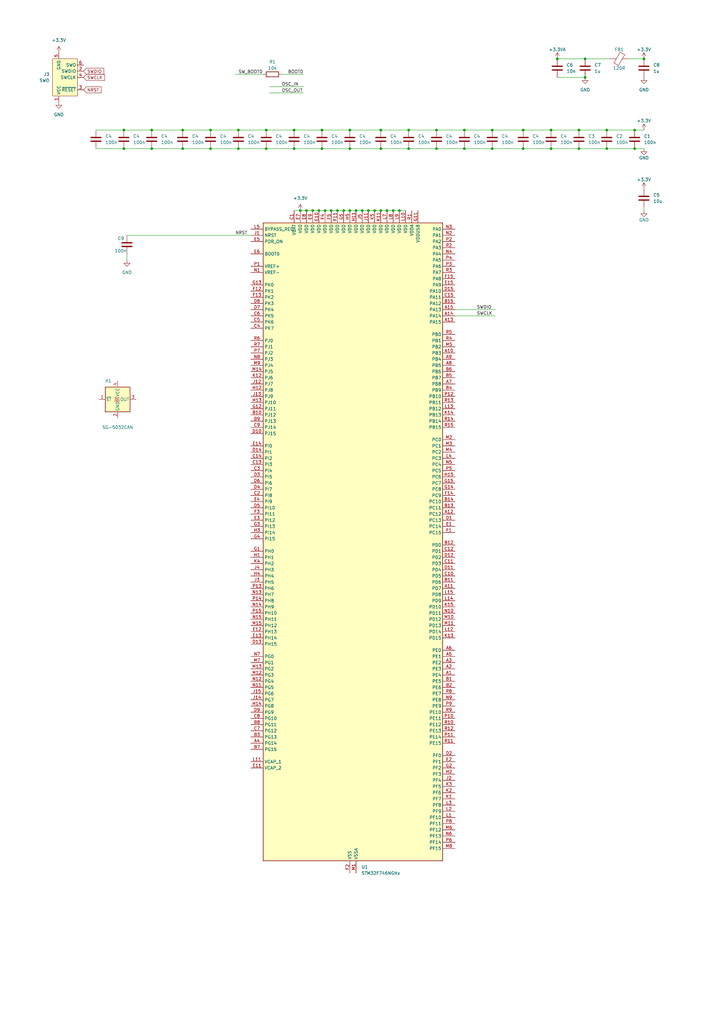
<source format=kicad_sch>
(kicad_sch (version 20230121) (generator eeschema)
  (paper "A3" portrait)
  (lib_symbols
    (symbol "Connector:Conn_ARM_SWD_TagConnect_TC2030-NL" (in_bom no)
      (property "Reference" "J" (at 2.54 11.43 0))
      (property "Value" "Conn_ARM_SWD_TagConnect_TC2030-NL" (at 2.54 8.89 0))
      (symbol "Conn_ARM_SWD_TagConnect_TC2030-NL_0_0"
        (pin power_in line (at -2.54 10.16 270) (length 2.54) (name "VCC") (number "1"))
        (pin bidirectional line (at 7.62 -2.54 180) (length 2.54) (name "SWDIO") (number "2"))
        (pin open_collector line (at 7.62 5.08 180) (length 2.54) (name "~{RESET}") (number "3"))
        (pin output line (at 7.62 0 180) (length 2.54) (name "SWCLK") (number "4"))
        (pin power_in line (at -2.54 -10.16 90) (length 2.54) (name "GND") (number "5"))
        (pin input line (at 7.62 -5.08 180) (length 2.54) (name "SWO") (number "6"))
      )
      (symbol "Conn_ARM_SWD_TagConnect_TC2030-NL_0_1"
        (rectangle (start -5.08 7.62) (end 5.08 -7.62) (fill (type background)))
      )
    )
    (symbol "Device:C" (pin_numbers hide) (pin_names (offset 0.254))
      (property "Reference" "C" (at 0.635 2.54 0))
      (property "Value" "C" (at 0.635 -2.54 0))
      (symbol "C_0_1"
        (polyline (pts (xy -2.032 -0.762) (xy 2.032 -0.762)) (stroke (width 0.508)))
        (polyline (pts (xy -2.032 0.762) (xy 2.032 0.762)) (stroke (width 0.508)))
      )
      (symbol "C_1_1"
        (pin passive line (at 0 3.81 270) (length 2.794) (name "~") (number "1"))
        (pin passive line (at 0 -3.81 90) (length 2.794) (name "~") (number "2"))
      )
    )
    (symbol "Device:FerriteBead" (pin_numbers hide) (pin_names (offset 0))
      (property "Reference" "FB" (at -3.81 0.635 90))
      (property "Value" "FerriteBead" (at 3.81 0 90))
      (symbol "FerriteBead_0_1"
        (polyline (pts (xy 0 -1.27) (xy 0 -1.2192)))
        (polyline (pts (xy 0 1.27) (xy 0 1.2954)))
        (polyline (pts (xy -2.7686 0.4064) (xy -1.7018 2.2606) (xy 2.7686 -0.3048) (xy 1.6764 -2.159) (xy -2.7686 0.4064)))
      )
      (symbol "FerriteBead_1_1"
        (pin passive line (at 0 3.81 270) (length 2.54) (name "~") (number "1"))
        (pin passive line (at 0 -3.81 90) (length 2.54) (name "~") (number "2"))
      )
    )
    (symbol "Device:R" (pin_numbers hide) (pin_names (offset 0))
      (property "Reference" "R" (at 2.032 0 90))
      (property "Value" "R" (at 0 0 90))
      (symbol "R_0_1"
        (rectangle (start -1.016 -2.54) (end 1.016 2.54) (stroke (width 0.254)))
      )
      (symbol "R_1_1"
        (pin passive line (at 0 3.81 270) (length 1.27) (name "~") (number "1"))
        (pin passive line (at 0 -3.81 90) (length 1.27) (name "~") (number "2"))
      )
    )
    (symbol "MCU_ST_STM32F7:STM32F746NGHx"
      (property "Reference" "U" (at -35.56 133.35 0))
      (property "Value" "STM32F746NGHx" (at 30.48 133.35 0))
      (symbol "STM32F746NGHx_0_1"
        (rectangle (start -35.56 -129.54) (end 38.1 132.08) (stroke (width 0.254)) (fill (type background)))
      )
      (symbol "STM32F746NGHx_1_1"
        (pin bidirectional line (at 43.18 -53.34 180) (length 5.08) (name "PE4") (number "A1"))
        (pin bidirectional line (at 43.18 78.74 180) (length 5.08) (name "PB3") (number "A10"))
        (pin bidirectional line (at 43.18 -17.78 180) (length 5.08) (name "PD7") (number "A11"))
        (pin bidirectional line (at 43.18 12.7 180) (length 5.08) (name "PC12") (number "A12"))
        (pin bidirectional line (at 43.18 91.44 180) (length 5.08) (name "PA15") (number "A13"))
        (pin bidirectional line (at 43.18 93.98 180) (length 5.08) (name "PA14") (number "A14"))
        (pin bidirectional line (at 43.18 96.52 180) (length 5.08) (name "PA13") (number "A15"))
        (pin bidirectional line (at 43.18 -50.8 180) (length 5.08) (name "PE3") (number "A2"))
        (pin bidirectional line (at 43.18 -48.26 180) (length 5.08) (name "PE2") (number "A3"))
        (pin bidirectional line (at -40.64 -81.28 0) (length 5.08) (name "PG14") (number "A4"))
        (pin bidirectional line (at 43.18 -45.72 180) (length 5.08) (name "PE1") (number "A5"))
        (pin bidirectional line (at 43.18 -43.18 180) (length 5.08) (name "PE0") (number "A6"))
        (pin bidirectional line (at 43.18 66.04 180) (length 5.08) (name "PB8") (number "A7"))
        (pin bidirectional line (at 43.18 73.66 180) (length 5.08) (name "PB5") (number "A8"))
        (pin bidirectional line (at 43.18 76.2 180) (length 5.08) (name "PB4") (number "A9"))
        (pin bidirectional line (at 43.18 -55.88 180) (length 5.08) (name "PE5") (number "B1"))
        (pin bidirectional line (at -40.64 53.34 0) (length 5.08) (name "PJ12") (number "B10"))
        (pin bidirectional line (at 43.18 -15.24 180) (length 5.08) (name "PD6") (number "B11"))
        (pin bidirectional line (at 43.18 0 180) (length 5.08) (name "PD0") (number "B12"))
        (pin bidirectional line (at 43.18 15.24 180) (length 5.08) (name "PC11") (number "B13"))
        (pin bidirectional line (at 43.18 17.78 180) (length 5.08) (name "PC10") (number "B14"))
        (pin bidirectional line (at 43.18 99.06 180) (length 5.08) (name "PA12") (number "B15"))
        (pin bidirectional line (at 43.18 -58.42 180) (length 5.08) (name "PE6") (number "B2"))
        (pin bidirectional line (at -40.64 -78.74 0) (length 5.08) (name "PG13") (number "B3"))
        (pin bidirectional line (at 43.18 63.5 180) (length 5.08) (name "PB9") (number "B4"))
        (pin bidirectional line (at 43.18 68.58 180) (length 5.08) (name "PB7") (number "B5"))
        (pin bidirectional line (at 43.18 71.12 180) (length 5.08) (name "PB6") (number "B6"))
        (pin bidirectional line (at -40.64 -83.82 0) (length 5.08) (name "PG15") (number "B7"))
        (pin bidirectional line (at -40.64 -73.66 0) (length 5.08) (name "PG11") (number "B8"))
        (pin bidirectional line (at -40.64 50.8 0) (length 5.08) (name "PJ13") (number "B9"))
        (pin power_in line (at -22.86 137.16 270) (length 5.08) (name "VBAT") (number "C1"))
        (pin bidirectional line (at 43.18 -12.7 180) (length 5.08) (name "PD5") (number "C10"))
        (pin bidirectional line (at 43.18 -7.62 180) (length 5.08) (name "PD3") (number "C11"))
        (pin bidirectional line (at 43.18 -2.54 180) (length 5.08) (name "PD1") (number "C12"))
        (pin bidirectional line (at -40.64 33.02 0) (length 5.08) (name "PI3") (number "C13"))
        (pin bidirectional line (at -40.64 35.56 0) (length 5.08) (name "PI2") (number "C14"))
        (pin bidirectional line (at 43.18 101.6 180) (length 5.08) (name "PA11") (number "C15"))
        (pin bidirectional line (at -40.64 20.32 0) (length 5.08) (name "PI8") (number "C2"))
        (pin bidirectional line (at -40.64 30.48 0) (length 5.08) (name "PI4") (number "C3"))
        (pin bidirectional line (at -40.64 88.9 0) (length 5.08) (name "PK7") (number "C4"))
        (pin bidirectional line (at -40.64 91.44 0) (length 5.08) (name "PK6") (number "C5"))
        (pin bidirectional line (at -40.64 93.98 0) (length 5.08) (name "PK5") (number "C6"))
        (pin bidirectional line (at -40.64 -76.2 0) (length 5.08) (name "PG12") (number "C7"))
        (pin bidirectional line (at -40.64 -71.12 0) (length 5.08) (name "PG10") (number "C8"))
        (pin bidirectional line (at -40.64 48.26 0) (length 5.08) (name "PJ14") (number "C9"))
        (pin bidirectional line (at 43.18 10.16 180) (length 5.08) (name "PC13") (number "D1"))
        (pin bidirectional line (at -40.64 45.72 0) (length 5.08) (name "PJ15") (number "D10"))
        (pin bidirectional line (at 43.18 -10.16 180) (length 5.08) (name "PD4") (number "D11"))
        (pin bidirectional line (at 43.18 -5.08 180) (length 5.08) (name "PD2") (number "D12"))
        (pin bidirectional line (at -40.64 -40.64 0) (length 5.08) (name "PH15") (number "D13"))
        (pin bidirectional line (at -40.64 38.1 0) (length 5.08) (name "PI1") (number "D14"))
        (pin bidirectional line (at 43.18 104.14 180) (length 5.08) (name "PA10") (number "D15"))
        (pin bidirectional line (at 43.18 -86.36 180) (length 5.08) (name "PF0") (number "D2"))
        (pin bidirectional line (at -40.64 27.94 0) (length 5.08) (name "PI5") (number "D3"))
        (pin bidirectional line (at -40.64 22.86 0) (length 5.08) (name "PI7") (number "D4"))
        (pin bidirectional line (at -40.64 15.24 0) (length 5.08) (name "PI10") (number "D5"))
        (pin bidirectional line (at -40.64 25.4 0) (length 5.08) (name "PI6") (number "D6"))
        (pin bidirectional line (at -40.64 96.52 0) (length 5.08) (name "PK4") (number "D7"))
        (pin bidirectional line (at -40.64 99.06 0) (length 5.08) (name "PK3") (number "D8"))
        (pin bidirectional line (at -40.64 -68.58 0) (length 5.08) (name "PG9") (number "D9"))
        (pin bidirectional line (at 43.18 7.62 180) (length 5.08) (name "PC14") (number "E1"))
        (pin power_in line (at -12.7 137.16 270) (length 5.08) (name "VDD") (number "E10"))
        (pin power_out line (at -40.64 -91.44 0) (length 5.08) (name "VCAP_2") (number "E11"))
        (pin bidirectional line (at -40.64 -35.56 0) (length 5.08) (name "PH13") (number "E12"))
        (pin bidirectional line (at -40.64 -38.1 0) (length 5.08) (name "PH14") (number "E13"))
        (pin bidirectional line (at -40.64 40.64 0) (length 5.08) (name "PI0") (number "E14"))
        (pin bidirectional line (at 43.18 106.68 180) (length 5.08) (name "PA9") (number "E15"))
        (pin bidirectional line (at 43.18 -88.9 180) (length 5.08) (name "PF1") (number "E2"))
        (pin bidirectional line (at -40.64 10.16 0) (length 5.08) (name "PI12") (number "E3"))
        (pin bidirectional line (at -40.64 17.78 0) (length 5.08) (name "PI9") (number "E4"))
        (pin input line (at -40.64 124.46 0) (length 5.08) (name "PDR_ON") (number "E5"))
        (pin input line (at -40.64 119.38 0) (length 5.08) (name "BOOT0") (number "E6"))
        (pin power_in line (at -20.32 137.16 270) (length 5.08) (name "VDD") (number "E7"))
        (pin power_in line (at -17.78 137.16 270) (length 5.08) (name "VDD") (number "E8"))
        (pin power_in line (at -15.24 137.16 270) (length 5.08) (name "VDD") (number "E9"))
        (pin bidirectional line (at 43.18 5.08 180) (length 5.08) (name "PC15") (number "F1"))
        (pin passive line (at 0 -134.62 90) (length 5.08) hide (name "VSS") (number "F10"))
        (pin power_in line (at -5.08 137.16 270) (length 5.08) (name "VDD") (number "F11"))
        (pin bidirectional line (at -40.64 104.14 0) (length 5.08) (name "PK1") (number "F12"))
        (pin bidirectional line (at -40.64 101.6 0) (length 5.08) (name "PK2") (number "F13"))
        (pin bidirectional line (at 43.18 20.32 180) (length 5.08) (name "PC9") (number "F14"))
        (pin bidirectional line (at 43.18 109.22 180) (length 5.08) (name "PA8") (number "F15"))
        (pin power_in line (at 0 -134.62 90) (length 5.08) (name "VSS") (number "F2"))
        (pin bidirectional line (at -40.64 12.7 0) (length 5.08) (name "PI11") (number "F3"))
        (pin power_in line (at -10.16 137.16 270) (length 5.08) (name "VDD") (number "F4"))
        (pin power_in line (at -7.62 137.16 270) (length 5.08) (name "VDD") (number "F5"))
        (pin passive line (at 0 -134.62 90) (length 5.08) hide (name "VSS") (number "F6"))
        (pin passive line (at 0 -134.62 90) (length 5.08) hide (name "VSS") (number "F7"))
        (pin passive line (at 0 -134.62 90) (length 5.08) hide (name "VSS") (number "F8"))
        (pin passive line (at 0 -134.62 90) (length 5.08) hide (name "VSS") (number "F9"))
        (pin bidirectional line (at -40.64 -2.54 0) (length 5.08) (name "PH0") (number "G1"))
        (pin passive line (at 0 -134.62 90) (length 5.08) hide (name "VSS") (number "G10"))
        (pin power_in line (at 27.94 137.16 270) (length 5.08) (name "VDDUSB") (number "G11"))
        (pin bidirectional line (at -40.64 55.88 0) (length 5.08) (name "PJ11") (number "G12"))
        (pin bidirectional line (at -40.64 106.68 0) (length 5.08) (name "PK0") (number "G13"))
        (pin bidirectional line (at 43.18 22.86 180) (length 5.08) (name "PC8") (number "G14"))
        (pin bidirectional line (at 43.18 25.4 180) (length 5.08) (name "PC7") (number "G15"))
        (pin bidirectional line (at 43.18 -91.44 180) (length 5.08) (name "PF2") (number "G2"))
        (pin bidirectional line (at -40.64 7.62 0) (length 5.08) (name "PI13") (number "G3"))
        (pin bidirectional line (at -40.64 2.54 0) (length 5.08) (name "PI15") (number "G4"))
        (pin power_in line (at -2.54 137.16 270) (length 5.08) (name "VDD") (number "G5"))
        (pin passive line (at 0 -134.62 90) (length 5.08) hide (name "VSS") (number "G6"))
        (pin bidirectional line (at -40.64 -5.08 0) (length 5.08) (name "PH1") (number "H1"))
        (pin passive line (at 0 -134.62 90) (length 5.08) hide (name "VSS") (number "H10"))
        (pin power_in line (at 2.54 137.16 270) (length 5.08) (name "VDD") (number "H11"))
        (pin bidirectional line (at -40.64 63.5 0) (length 5.08) (name "PJ8") (number "H12"))
        (pin bidirectional line (at -40.64 58.42 0) (length 5.08) (name "PJ10") (number "H13"))
        (pin bidirectional line (at -40.64 -66.04 0) (length 5.08) (name "PG8") (number "H14"))
        (pin bidirectional line (at 43.18 27.94 180) (length 5.08) (name "PC6") (number "H15"))
        (pin bidirectional line (at 43.18 -93.98 180) (length 5.08) (name "PF3") (number "H2"))
        (pin bidirectional line (at -40.64 5.08 0) (length 5.08) (name "PI14") (number "H3"))
        (pin bidirectional line (at -40.64 -12.7 0) (length 5.08) (name "PH4") (number "H4"))
        (pin power_in line (at 0 137.16 270) (length 5.08) (name "VDD") (number "H5"))
        (pin passive line (at 0 -134.62 90) (length 5.08) hide (name "VSS") (number "H6"))
        (pin input line (at -40.64 127 0) (length 5.08) (name "NRST") (number "J1"))
        (pin passive line (at 0 -134.62 90) (length 5.08) hide (name "VSS") (number "J10"))
        (pin power_in line (at 7.62 137.16 270) (length 5.08) (name "VDD") (number "J11"))
        (pin bidirectional line (at -40.64 66.04 0) (length 5.08) (name "PJ7") (number "J12"))
        (pin bidirectional line (at -40.64 60.96 0) (length 5.08) (name "PJ9") (number "J13"))
        (pin bidirectional line (at -40.64 -63.5 0) (length 5.08) (name "PG7") (number "J14"))
        (pin bidirectional line (at -40.64 -60.96 0) (length 5.08) (name "PG6") (number "J15"))
        (pin bidirectional line (at 43.18 -96.52 180) (length 5.08) (name "PF4") (number "J2"))
        (pin bidirectional line (at -40.64 -15.24 0) (length 5.08) (name "PH5") (number "J3"))
        (pin bidirectional line (at -40.64 -10.16 0) (length 5.08) (name "PH3") (number "J4"))
        (pin power_in line (at 5.08 137.16 270) (length 5.08) (name "VDD") (number "J5"))
        (pin passive line (at 0 -134.62 90) (length 5.08) hide (name "VSS") (number "J6"))
        (pin bidirectional line (at 43.18 -104.14 180) (length 5.08) (name "PF7") (number "K1"))
        (pin passive line (at 0 -134.62 90) (length 5.08) hide (name "VSS") (number "K10"))
        (pin power_in line (at 12.7 137.16 270) (length 5.08) (name "VDD") (number "K11"))
        (pin bidirectional line (at -40.64 68.58 0) (length 5.08) (name "PJ6") (number "K12"))
        (pin bidirectional line (at 43.18 -38.1 180) (length 5.08) (name "PD15") (number "K13"))
        (pin bidirectional line (at 43.18 53.34 180) (length 5.08) (name "PB13") (number "K14"))
        (pin bidirectional line (at 43.18 -25.4 180) (length 5.08) (name "PD10") (number "K15"))
        (pin bidirectional line (at 43.18 -101.6 180) (length 5.08) (name "PF6") (number "K2"))
        (pin bidirectional line (at 43.18 -99.06 180) (length 5.08) (name "PF5") (number "K3"))
        (pin bidirectional line (at -40.64 -7.62 0) (length 5.08) (name "PH2") (number "K4"))
        (pin power_in line (at 10.16 137.16 270) (length 5.08) (name "VDD") (number "K5"))
        (pin passive line (at 0 -134.62 90) (length 5.08) hide (name "VSS") (number "K6"))
        (pin passive line (at 0 -134.62 90) (length 5.08) hide (name "VSS") (number "K7"))
        (pin passive line (at 0 -134.62 90) (length 5.08) hide (name "VSS") (number "K8"))
        (pin passive line (at 0 -134.62 90) (length 5.08) hide (name "VSS") (number "K9"))
        (pin bidirectional line (at 43.18 -111.76 180) (length 5.08) (name "PF10") (number "L1"))
        (pin power_in line (at 22.86 137.16 270) (length 5.08) (name "VDD") (number "L10"))
        (pin power_out line (at -40.64 -88.9 0) (length 5.08) (name "VCAP_1") (number "L11"))
        (pin bidirectional line (at 43.18 -35.56 180) (length 5.08) (name "PD14") (number "L12"))
        (pin bidirectional line (at 43.18 55.88 180) (length 5.08) (name "PB12") (number "L13"))
        (pin bidirectional line (at 43.18 -22.86 180) (length 5.08) (name "PD9") (number "L14"))
        (pin bidirectional line (at 43.18 -20.32 180) (length 5.08) (name "PD8") (number "L15"))
        (pin bidirectional line (at 43.18 -109.22 180) (length 5.08) (name "PF9") (number "L2"))
        (pin bidirectional line (at 43.18 -106.68 180) (length 5.08) (name "PF8") (number "L3"))
        (pin bidirectional line (at 43.18 35.56 180) (length 5.08) (name "PC3") (number "L4"))
        (pin input line (at -40.64 129.54 0) (length 5.08) (name "BYPASS_REG") (number "L5"))
        (pin passive line (at 0 -134.62 90) (length 5.08) hide (name "VSS") (number "L6"))
        (pin power_in line (at 15.24 137.16 270) (length 5.08) (name "VDD") (number "L7"))
        (pin power_in line (at 17.78 137.16 270) (length 5.08) (name "VDD") (number "L8"))
        (pin power_in line (at 20.32 137.16 270) (length 5.08) (name "VDD") (number "L9"))
        (pin power_in line (at 2.54 -134.62 90) (length 5.08) (name "VSSA") (number "M1"))
        (pin bidirectional line (at 43.18 -30.48 180) (length 5.08) (name "PD12") (number "M10"))
        (pin bidirectional line (at 43.18 -33.02 180) (length 5.08) (name "PD13") (number "M11"))
        (pin bidirectional line (at -40.64 -53.34 0) (length 5.08) (name "PG3") (number "M12"))
        (pin bidirectional line (at -40.64 -50.8 0) (length 5.08) (name "PG2") (number "M13"))
        (pin bidirectional line (at -40.64 71.12 0) (length 5.08) (name "PJ5") (number "M14"))
        (pin bidirectional line (at -40.64 -33.02 0) (length 5.08) (name "PH12") (number "M15"))
        (pin bidirectional line (at 43.18 43.18 180) (length 5.08) (name "PC0") (number "M2"))
        (pin bidirectional line (at 43.18 40.64 180) (length 5.08) (name "PC1") (number "M3"))
        (pin bidirectional line (at 43.18 38.1 180) (length 5.08) (name "PC2") (number "M4"))
        (pin bidirectional line (at 43.18 81.28 180) (length 5.08) (name "PB2") (number "M5"))
        (pin bidirectional line (at 43.18 -116.84 180) (length 5.08) (name "PF12") (number "M6"))
        (pin bidirectional line (at -40.64 -48.26 0) (length 5.08) (name "PG1") (number "M7"))
        (pin bidirectional line (at 43.18 -124.46 180) (length 5.08) (name "PF15") (number "M8"))
        (pin bidirectional line (at -40.64 73.66 0) (length 5.08) (name "PJ4") (number "M9"))
        (pin input line (at -40.64 111.76 0) (length 5.08) (name "VREF-") (number "N1"))
        (pin bidirectional line (at 43.18 -27.94 180) (length 5.08) (name "PD11") (number "N10"))
        (pin bidirectional line (at -40.64 -58.42 0) (length 5.08) (name "PG5") (number "N11"))
        (pin bidirectional line (at -40.64 -55.88 0) (length 5.08) (name "PG4") (number "N12"))
        (pin bidirectional line (at -40.64 -20.32 0) (length 5.08) (name "PH7") (number "N13"))
        (pin bidirectional line (at -40.64 -25.4 0) (length 5.08) (name "PH9") (number "N14"))
        (pin bidirectional line (at -40.64 -30.48 0) (length 5.08) (name "PH11") (number "N15"))
        (pin bidirectional line (at 43.18 127 180) (length 5.08) (name "PA1") (number "N2"))
        (pin bidirectional line (at 43.18 129.54 180) (length 5.08) (name "PA0") (number "N3"))
        (pin bidirectional line (at 43.18 119.38 180) (length 5.08) (name "PA4") (number "N4"))
        (pin bidirectional line (at 43.18 33.02 180) (length 5.08) (name "PC4") (number "N5"))
        (pin bidirectional line (at 43.18 -119.38 180) (length 5.08) (name "PF13") (number "N6"))
        (pin bidirectional line (at -40.64 -45.72 0) (length 5.08) (name "PG0") (number "N7"))
        (pin bidirectional line (at -40.64 76.2 0) (length 5.08) (name "PJ3") (number "N8"))
        (pin bidirectional line (at 43.18 -63.5 180) (length 5.08) (name "PE8") (number "N9"))
        (pin input line (at -40.64 114.3 0) (length 5.08) (name "VREF+") (number "P1"))
        (pin bidirectional line (at 43.18 -71.12 180) (length 5.08) (name "PE11") (number "P10"))
        (pin bidirectional line (at 43.18 -78.74 180) (length 5.08) (name "PE14") (number "P11"))
        (pin bidirectional line (at 43.18 60.96 180) (length 5.08) (name "PB10") (number "P12"))
        (pin bidirectional line (at -40.64 -17.78 0) (length 5.08) (name "PH6") (number "P13"))
        (pin bidirectional line (at -40.64 -22.86 0) (length 5.08) (name "PH8") (number "P14"))
        (pin bidirectional line (at -40.64 -27.94 0) (length 5.08) (name "PH10") (number "P15"))
        (pin bidirectional line (at 43.18 124.46 180) (length 5.08) (name "PA2") (number "P2"))
        (pin bidirectional line (at 43.18 114.3 180) (length 5.08) (name "PA6") (number "P3"))
        (pin bidirectional line (at 43.18 116.84 180) (length 5.08) (name "PA5") (number "P4"))
        (pin bidirectional line (at 43.18 30.48 180) (length 5.08) (name "PC5") (number "P5"))
        (pin bidirectional line (at 43.18 -121.92 180) (length 5.08) (name "PF14") (number "P6"))
        (pin bidirectional line (at -40.64 78.74 0) (length 5.08) (name "PJ2") (number "P7"))
        (pin bidirectional line (at 43.18 -114.3 180) (length 5.08) (name "PF11") (number "P8"))
        (pin bidirectional line (at 43.18 -66.04 180) (length 5.08) (name "PE9") (number "P9"))
        (pin power_in line (at 25.4 137.16 270) (length 5.08) (name "VDDA") (number "R1"))
        (pin bidirectional line (at 43.18 -73.66 180) (length 5.08) (name "PE12") (number "R10"))
        (pin bidirectional line (at 43.18 -81.28 180) (length 5.08) (name "PE15") (number "R11"))
        (pin bidirectional line (at 43.18 -76.2 180) (length 5.08) (name "PE13") (number "R12"))
        (pin bidirectional line (at 43.18 58.42 180) (length 5.08) (name "PB11") (number "R13"))
        (pin bidirectional line (at 43.18 50.8 180) (length 5.08) (name "PB14") (number "R14"))
        (pin bidirectional line (at 43.18 48.26 180) (length 5.08) (name "PB15") (number "R15"))
        (pin bidirectional line (at 43.18 121.92 180) (length 5.08) (name "PA3") (number "R2"))
        (pin bidirectional line (at 43.18 111.76 180) (length 5.08) (name "PA7") (number "R3"))
        (pin bidirectional line (at 43.18 83.82 180) (length 5.08) (name "PB1") (number "R4"))
        (pin bidirectional line (at 43.18 86.36 180) (length 5.08) (name "PB0") (number "R5"))
        (pin bidirectional line (at -40.64 83.82 0) (length 5.08) (name "PJ0") (number "R6"))
        (pin bidirectional line (at -40.64 81.28 0) (length 5.08) (name "PJ1") (number "R7"))
        (pin bidirectional line (at 43.18 -60.96 180) (length 5.08) (name "PE7") (number "R8"))
        (pin bidirectional line (at 43.18 -68.58 180) (length 5.08) (name "PE10") (number "R9"))
      )
    )
    (symbol "Oscillator:SG-5032CAN" (pin_names (offset 0.254))
      (property "Reference" "X" (at -5.08 6.35 0))
      (property "Value" "SG-5032CAN" (at 1.27 -6.35 0))
      (symbol "SG-5032CAN_0_1"
        (rectangle (start -5.08 5.08) (end 5.08 -5.08) (stroke (width 0.254)) (fill (type background)))
        (polyline (pts (xy -1.27 -0.762) (xy -1.016 -0.762) (xy -1.016 0.762) (xy -0.508 0.762) (xy -0.508 -0.762) (xy 0 -0.762) (xy 0 0.762) (xy 0.508 0.762) (xy 0.508 -0.762) (xy 0.762 -0.762)))
      )
      (symbol "SG-5032CAN_1_1"
        (pin input line (at -7.62 0 0) (length 2.54) (name "~{ST}") (number "1"))
        (pin power_in line (at 0 -7.62 90) (length 2.54) (name "GND") (number "2"))
        (pin output line (at 7.62 0 180) (length 2.54) (name "OUT") (number "3"))
        (pin power_in line (at 0 7.62 270) (length 2.54) (name "VCC") (number "4"))
      )
    )
    (symbol "power:+3.3V" (power) (pin_names (offset 0))
      (property "Value" "+3.3V" (at 0 3.556 0))
      (symbol "+3.3V_0_1"
        (polyline (pts (xy -0.762 1.27) (xy 0 2.54)))
        (polyline (pts (xy 0 0) (xy 0 2.54)))
        (polyline (pts (xy 0 2.54) (xy 0.762 1.27)))
      )
      (symbol "+3.3V_1_1"
        (pin power_in line (at 0 0 90) (length 0) hide (name "+3.3V") (number "1"))
      )
    )
    (symbol "power:+3.3VA" (power) (pin_names (offset 0))
      (property "Value" "+3.3VA" (at 0 3.556 0))
      (symbol "+3.3VA_0_1"
        (polyline (pts (xy -0.762 1.27) (xy 0 2.54)))
        (polyline (pts (xy 0 0) (xy 0 2.54)))
        (polyline (pts (xy 0 2.54) (xy 0.762 1.27)))
      )
      (symbol "+3.3VA_1_1"
        (pin power_in line (at 0 0 90) (length 0) hide (name "+3.3VA") (number "1"))
      )
    )
    (symbol "power:GND" (power) (pin_names (offset 0))
      (property "Value" "GND" (at 0 -3.81 0))
      (symbol "GND_0_1"
        (polyline (pts (xy 0 0) (xy 0 -1.27) (xy 1.27 -1.27) (xy 0 -2.54) (xy -1.27 -1.27) (xy 0 -1.27)))
      )
      (symbol "GND_1_1"
        (pin power_in line (at 0 0 270) (length 0) hide (name "GND") (number "1"))
      )
    )
  )
  (junction (at 153.67 86.36))
  (junction (at 237.49 60.96))
  (junction (at 133.35 86.36))
  (junction (at 146.05 86.36))
  (junction (at 167.64 60.96))
  (junction (at 161.29 86.36))
  (junction (at 120.65 53.34))
  (junction (at 248.92 53.34))
  (junction (at 143.51 86.36))
  (junction (at 201.93 53.34))
  (junction (at 214.63 53.34))
  (junction (at 138.43 86.36))
  (junction (at 260.35 53.34))
  (junction (at 128.27 86.36))
  (junction (at 264.16 24.13))
  (junction (at 148.59 86.36))
  (junction (at 237.49 53.34))
  (junction (at 240.03 24.13))
  (junction (at 226.06 60.96))
  (junction (at 179.07 53.34))
  (junction (at 260.35 60.96))
  (junction (at 140.97 86.36))
  (junction (at 130.81 86.36))
  (junction (at 156.21 86.36))
  (junction (at 74.93 60.96))
  (junction (at 50.8 60.96))
  (junction (at 228.6 24.13))
  (junction (at 156.21 60.96))
  (junction (at 179.07 60.96))
  (junction (at 214.63 60.96))
  (junction (at 143.51 53.34))
  (junction (at 125.73 86.36))
  (junction (at 132.08 53.34))
  (junction (at 50.8 53.34))
  (junction (at 190.5 60.96))
  (junction (at 62.23 53.34))
  (junction (at 135.89 86.36))
  (junction (at 97.79 53.34))
  (junction (at 158.75 86.36))
  (junction (at 86.36 60.96))
  (junction (at 156.21 53.34))
  (junction (at 248.92 60.96))
  (junction (at 109.22 60.96))
  (junction (at 151.13 86.36))
  (junction (at 62.23 60.96))
  (junction (at 109.22 53.34))
  (junction (at 167.64 53.34))
  (junction (at 201.93 60.96))
  (junction (at 143.51 60.96))
  (junction (at 240.03 31.75))
  (junction (at 74.93 53.34))
  (junction (at 163.83 86.36))
  (junction (at 120.65 60.96))
  (junction (at 123.19 86.36))
  (junction (at 226.06 53.34))
  (junction (at 86.36 53.34))
  (junction (at 190.5 53.34))
  (junction (at 132.08 60.96))
  (junction (at 97.79 60.96))
  (wire (pts (xy 186.69 129.54) (xy 203.2 129.54)))
  (wire (pts (xy 74.93 53.34) (xy 86.36 53.34)))
  (wire (pts (xy 120.65 86.36) (xy 123.19 86.36)))
  (wire (pts (xy 156.21 53.34) (xy 167.64 53.34)))
  (wire (pts (xy 62.23 53.34) (xy 74.93 53.34)))
  (wire (pts (xy 52.07 96.52) (xy 102.87 96.52)))
  (wire (pts (xy 86.36 53.34) (xy 97.79 53.34)))
  (wire (pts (xy 190.5 53.34) (xy 201.93 53.34)))
  (wire (pts (xy 248.92 53.34) (xy 260.35 53.34)))
  (wire (pts (xy 128.27 86.36) (xy 130.81 86.36)))
  (wire (pts (xy 161.29 86.36) (xy 163.83 86.36)))
  (wire (pts (xy 153.67 86.36) (xy 156.21 86.36)))
  (wire (pts (xy 260.35 53.34) (xy 264.16 53.34)))
  (wire (pts (xy 260.35 60.96) (xy 264.16 60.96)))
  (wire (pts (xy 257.81 24.13) (xy 264.16 24.13)))
  (wire (pts (xy 143.51 60.96) (xy 156.21 60.96)))
  (wire (pts (xy 132.08 60.96) (xy 143.51 60.96)))
  (wire (pts (xy 120.65 60.96) (xy 132.08 60.96)))
  (wire (pts (xy 135.89 86.36) (xy 138.43 86.36)))
  (wire (pts (xy 132.08 53.34) (xy 143.51 53.34)))
  (wire (pts (xy 186.69 127) (xy 203.2 127)))
  (wire (pts (xy 163.83 86.36) (xy 166.37 86.36)))
  (wire (pts (xy 158.75 86.36) (xy 161.29 86.36)))
  (wire (pts (xy 97.79 60.96) (xy 109.22 60.96)))
  (wire (pts (xy 74.93 60.96) (xy 86.36 60.96)))
  (wire (pts (xy 226.06 60.96) (xy 237.49 60.96)))
  (wire (pts (xy 146.05 86.36) (xy 148.59 86.36)))
  (wire (pts (xy 143.51 86.36) (xy 146.05 86.36)))
  (wire (pts (xy 156.21 60.96) (xy 167.64 60.96)))
  (wire (pts (xy 110.49 38.1) (xy 124.46 38.1)))
  (wire (pts (xy 201.93 60.96) (xy 214.63 60.96)))
  (wire (pts (xy 125.73 86.36) (xy 128.27 86.36)))
  (wire (pts (xy 179.07 60.96) (xy 190.5 60.96)))
  (wire (pts (xy 156.21 86.36) (xy 158.75 86.36)))
  (wire (pts (xy 151.13 86.36) (xy 153.67 86.36)))
  (wire (pts (xy 39.37 60.96) (xy 50.8 60.96)))
  (wire (pts (xy 167.64 53.34) (xy 179.07 53.34)))
  (wire (pts (xy 240.03 24.13) (xy 250.19 24.13)))
  (wire (pts (xy 190.5 60.96) (xy 201.93 60.96)))
  (wire (pts (xy 237.49 53.34) (xy 248.92 53.34)))
  (wire (pts (xy 179.07 53.34) (xy 190.5 53.34)))
  (wire (pts (xy 226.06 53.34) (xy 237.49 53.34)))
  (wire (pts (xy 214.63 60.96) (xy 226.06 60.96)))
  (wire (pts (xy 86.36 60.96) (xy 97.79 60.96)))
  (wire (pts (xy 228.6 24.13) (xy 240.03 24.13)))
  (wire (pts (xy 201.93 53.34) (xy 214.63 53.34)))
  (wire (pts (xy 109.22 53.34) (xy 120.65 53.34)))
  (wire (pts (xy 62.23 60.96) (xy 74.93 60.96)))
  (wire (pts (xy 109.22 60.96) (xy 120.65 60.96)))
  (wire (pts (xy 138.43 86.36) (xy 140.97 86.36)))
  (wire (pts (xy 52.07 106.68) (xy 52.07 104.14)))
  (wire (pts (xy 248.92 60.96) (xy 260.35 60.96)))
  (wire (pts (xy 133.35 86.36) (xy 135.89 86.36)))
  (wire (pts (xy 107.95 30.48) (xy 96.52 30.48)))
  (wire (pts (xy 148.59 86.36) (xy 151.13 86.36)))
  (wire (pts (xy 97.79 53.34) (xy 109.22 53.34)))
  (wire (pts (xy 264.16 86.36) (xy 264.16 85.09)))
  (wire (pts (xy 110.49 35.56) (xy 124.46 35.56)))
  (wire (pts (xy 167.64 60.96) (xy 179.07 60.96)))
  (wire (pts (xy 140.97 86.36) (xy 143.51 86.36)))
  (wire (pts (xy 50.8 60.96) (xy 62.23 60.96)))
  (wire (pts (xy 143.51 53.34) (xy 156.21 53.34)))
  (wire (pts (xy 228.6 31.75) (xy 240.03 31.75)))
  (wire (pts (xy 237.49 60.96) (xy 248.92 60.96)))
  (wire (pts (xy 39.37 53.34) (xy 50.8 53.34)))
  (wire (pts (xy 115.57 30.48) (xy 124.46 30.48)))
  (wire (pts (xy 130.81 86.36) (xy 133.35 86.36)))
  (wire (pts (xy 120.65 53.34) (xy 132.08 53.34)))
  (wire (pts (xy 50.8 53.34) (xy 62.23 53.34)))
  (wire (pts (xy 214.63 53.34) (xy 226.06 53.34)))
  (wire (pts (xy 123.19 86.36) (xy 125.73 86.36)))
  (label "OSC_OUT" (at 115.57 38.1 0))
  (label "OSC_IN" (at 115.57 35.56 0))
  (label "SW_BOOT0" (at 97.79 30.48 0))
  (label "BOOT0" (at 118.11 30.48 0))
  (label "NRST" (at 96.52 96.52 0))
  (label "SWDIO" (at 195.58 127 0))
  (label "SWCLK" (at 195.58 129.54 0))
  (global_label "SWCLK" (shape input) (at 34.29 31.75 0) (property "Intersheetrefs" "${INTERSHEET_REFS}" (effects hide)))
  (global_label "NRST" (shape input) (at 34.29 36.83 0) (property "Intersheetrefs" "${INTERSHEET_REFS}" (effects hide)))
  (global_label "SWDIO" (shape input) (at 34.29 29.21 0) (property "Intersheetrefs" "${INTERSHEET_REFS}" (effects hide)))
  (symbol (lib_id "Device:C") (at 179.07 57.15 0) (unit 1)
    (property "Reference" "C4" (at 182.88 55.88 0) (effects (justify left)))
    (property "Value" "100n" (at 182.88 58.42 0) (effects (justify left)))
    (property "Footprint" "Capacitor_SMD:C_0402_1005Metric" (effects hide))
    (instances (project "stm32f745-eth-can-sdram" (path "" (reference "C4") (unit 1)) (path "" (reference "C13") (unit 1))))
  )
  (symbol (lib_id "power:+3.3V") (at 123.19 86.36 0) (unit 1)
    (property "Reference" "#PWR01" (effects hide))
    (property "Value" "+3.3V" (at 123.19 81.28 0))
    (instances (project "stm32f745-eth-can-sdram" (path "" (reference "#PWR01") (unit 1)) (path "" (reference "#PWR05") (unit 1))))
  )
  (symbol (lib_id "Device:C") (at 156.21 57.15 0) (unit 1)
    (property "Reference" "C4" (at 160.02 55.88 0) (effects (justify left)))
    (property "Value" "100n" (at 160.02 58.42 0) (effects (justify left)))
    (property "Footprint" "Capacitor_SMD:C_0402_1005Metric" (effects hide))
    (instances (project "stm32f745-eth-can-sdram" (path "" (reference "C4") (unit 1)) (path "" (reference "C15") (unit 1))))
  )
  (symbol (lib_id "Device:C") (at 260.35 57.15 0) (unit 1)
    (property "Reference" "C1" (at 264.16 55.88 0) (effects (justify left)))
    (property "Value" "100n" (at 264.16 58.42 0) (effects (justify left)))
    (property "Footprint" "Capacitor_SMD:C_0402_1005Metric" (effects hide))
    (instances (project "stm32f745-eth-can-sdram" (path "" (reference "C1") (unit 1)) (path "" (reference "C8") (unit 1))))
  )
  (symbol (lib_id "Device:C") (at 50.8 57.15 0) (unit 1)
    (property "Reference" "C4" (at 54.61 55.88 0) (effects (justify left)))
    (property "Value" "100n" (at 54.61 58.42 0) (effects (justify left)))
    (property "Footprint" "Capacitor_SMD:C_0402_1005Metric" (effects hide))
    (instances (project "stm32f745-eth-can-sdram" (path "" (reference "C4") (unit 1)) (path "" (reference "C24") (unit 1))))
  )
  (symbol (lib_id "Connector:Conn_ARM_SWD_TagConnect_TC2030-NL") (at 26.67 31.75 0) (mirror x) (unit 1) (in_bom no)
    (property "Reference" "J3" (at 20.32 30.48 0) (effects (justify right)))
    (property "Value" "SWO" (at 20.32 33.02 0) (effects (justify right)))
    (property "Footprint" "Connector:Tag-Connect_TC2030-IDC-NL_2x03_P1.27mm_Vertical" (effects hide))
    (property "Datasheet" "https://www.tag-connect.com/wp-content/uploads/bsk-pdf-manager/TC2030-CTX_1.pdf" (effects hide))
    (instances (project "stm32f745-eth-can-sdram" (path "" (reference "J3") (unit 1)) (path "" (reference "J4") (unit 1))))
  )
  (symbol (lib_id "power:GND") (at 264.16 86.36 0) (unit 1)
    (property "Reference" "#PWR04" (effects hide))
    (property "Value" "GND" (at 264.16 90.17 0))
    (instances (project "stm32f745-eth-can-sdram" (path "" (reference "#PWR04") (unit 1)) (path "" (reference "#PWR016") (unit 1))))
  )
  (symbol (lib_id "power:+3.3V") (at 264.16 77.47 0) (unit 1)
    (property "Reference" "#PWR03" (effects hide))
    (property "Value" "+3.3V" (at 264.16 73.66 0))
    (instances (project "stm32f745-eth-can-sdram" (path "" (reference "#PWR03") (unit 1)) (path "" (reference "#PWR015") (unit 1))))
  )
  (symbol (lib_id "Device:C") (at 97.79 57.15 0) (unit 1)
    (property "Reference" "C4" (at 101.6 55.88 0) (effects (justify left)))
    (property "Value" "100n" (at 101.6 58.42 0) (effects (justify left)))
    (property "Footprint" "Capacitor_SMD:C_0402_1005Metric" (effects hide))
    (instances (project "stm32f745-eth-can-sdram" (path "" (reference "C4") (unit 1)) (path "" (reference "C20") (unit 1))))
  )
  (symbol (lib_id "power:GND") (at 264.16 31.75 0) (unit 1)
    (property "Reference" "#PWR08" (effects hide))
    (property "Value" "GND" (at 264.16 36.83 0))
    (instances (project "stm32f745-eth-can-sdram" (path "" (reference "#PWR08") (unit 1)) (path "" (reference "#PWR09") (unit 1))))
  )
  (symbol (lib_id "power:GND") (at 24.13 41.91 0) (unit 1)
    (property "Reference" "#PWR071" (effects hide))
    (property "Value" "GND" (at 24.13 46.99 0))
  )
  (symbol (lib_id "Device:C") (at 190.5 57.15 0) (unit 1)
    (property "Reference" "C4" (at 194.31 55.88 0) (effects (justify left)))
    (property "Value" "100n" (at 194.31 58.42 0) (effects (justify left)))
    (property "Footprint" "Capacitor_SMD:C_0402_1005Metric" (effects hide))
    (instances (project "stm32f745-eth-can-sdram" (path "" (reference "C4") (unit 1)) (path "" (reference "C12") (unit 1))))
  )
  (symbol (lib_id "Device:R") (at 111.76 30.48 90) (unit 1)
    (property "Reference" "R1" (at 111.76 25.4 90))
    (property "Value" "10k" (at 111.76 27.94 90))
  )
  (symbol (lib_id "power:GND") (at 52.07 106.68 0) (unit 1)
    (property "Reference" "#PWR09" (effects hide))
    (property "Value" "GND" (at 52.07 111.76 0))
    (instances (project "stm32f745-eth-can-sdram" (path "" (reference "#PWR09") (unit 1)) (path "" (reference "#PWR02") (unit 1))))
  )
  (symbol (lib_id "Device:C") (at 264.16 81.28 0) (unit 1)
    (property "Reference" "C5" (at 267.97 80.01 0) (effects (justify left)))
    (property "Value" "10u" (at 267.97 82.55 0) (effects (justify left)))
    (property "Footprint" "Capacitor_SMD:C_0402_1005Metric" (effects hide))
    (instances (project "stm32f745-eth-can-sdram" (path "" (reference "C5") (unit 1)) (path "" (reference "C2") (unit 1))))
  )
  (symbol (lib_id "Device:C") (at 120.65 57.15 0) (unit 1)
    (property "Reference" "C4" (at 124.46 55.88 0) (effects (justify left)))
    (property "Value" "100n" (at 124.46 58.42 0) (effects (justify left)))
    (property "Footprint" "Capacitor_SMD:C_0402_1005Metric" (effects hide))
    (instances (project "stm32f745-eth-can-sdram" (path "" (reference "C4") (unit 1)) (path "" (reference "C18") (unit 1))))
  )
  (symbol (lib_id "Device:C") (at 143.51 57.15 0) (unit 1)
    (property "Reference" "C4" (at 147.32 55.88 0) (effects (justify left)))
    (property "Value" "100n" (at 147.32 58.42 0) (effects (justify left)))
    (property "Footprint" "Capacitor_SMD:C_0402_1005Metric" (effects hide))
    (instances (project "stm32f745-eth-can-sdram" (path "" (reference "C4") (unit 1)) (path "" (reference "C16") (unit 1))))
  )
  (symbol (lib_id "Device:C") (at 109.22 57.15 0) (unit 1)
    (property "Reference" "C4" (at 113.03 55.88 0) (effects (justify left)))
    (property "Value" "100n" (at 113.03 58.42 0) (effects (justify left)))
    (property "Footprint" "Capacitor_SMD:C_0402_1005Metric" (effects hide))
    (instances (project "stm32f745-eth-can-sdram" (path "" (reference "C4") (unit 1)) (path "" (reference "C19") (unit 1))))
  )
  (symbol (lib_id "Device:C") (at 39.37 57.15 0) (unit 1)
    (property "Reference" "C4" (at 43.18 55.88 0) (effects (justify left)))
    (property "Value" "100n" (at 43.18 58.42 0) (effects (justify left)))
    (property "Footprint" "Capacitor_SMD:C_0402_1005Metric" (effects hide))
    (instances (project "stm32f745-eth-can-sdram" (path "" (reference "C4") (unit 1)) (path "" (reference "C25") (unit 1))))
  )
  (symbol (lib_id "Device:C") (at 240.03 27.94 0) (unit 1)
    (property "Reference" "C7" (at 243.84 26.67 0) (effects (justify left)))
    (property "Value" "1u" (at 243.84 29.21 0) (effects (justify left)))
    (property "Footprint" "Capacitor_SMD:C_0402_1005Metric" (effects hide))
    (instances (project "stm32f745-eth-can-sdram" (path "" (reference "C7") (unit 1)) (path "" (reference "C6") (unit 1))))
  )
  (symbol (lib_id "Device:C") (at 226.06 57.15 0) (unit 1)
    (property "Reference" "C4" (at 229.87 55.88 0) (effects (justify left)))
    (property "Value" "100n" (at 229.87 58.42 0) (effects (justify left)))
    (property "Footprint" "Capacitor_SMD:C_0402_1005Metric" (effects hide))
    (instances (project "stm32f745-eth-can-sdram" (path "" (reference "C4") (unit 1)) (path "" (reference "C3") (unit 1))))
  )
  (symbol (lib_id "Device:C") (at 86.36 57.15 0) (unit 1)
    (property "Reference" "C4" (at 90.17 55.88 0) (effects (justify left)))
    (property "Value" "100n" (at 90.17 58.42 0) (effects (justify left)))
    (property "Footprint" "Capacitor_SMD:C_0402_1005Metric" (effects hide))
    (instances (project "stm32f745-eth-can-sdram" (path "" (reference "C4") (unit 1)) (path "" (reference "C21") (unit 1))))
  )
  (symbol (lib_id "Device:C") (at 52.07 100.33 0) (unit 1)
    (property "Reference" "C9" (at 48.26 97.79 0) (effects (justify left)))
    (property "Value" "100n" (at 46.99 102.87 0) (effects (justify left)))
    (property "Footprint" "Capacitor_SMD:C_0805_2012Metric" (effects hide))
    (instances (project "stm32f745-eth-can-sdram" (path "" (reference "C9") (unit 1)) (path "" (reference "C1") (unit 1))))
  )
  (symbol (lib_id "Device:C") (at 237.49 57.15 0) (unit 1)
    (property "Reference" "C3" (at 241.3 55.88 0) (effects (justify left)))
    (property "Value" "100n" (at 241.3 58.42 0) (effects (justify left)))
    (property "Footprint" "Capacitor_SMD:C_0402_1005Metric" (effects hide))
    (instances (project "stm32f745-eth-can-sdram" (path "" (reference "C3") (unit 1)) (path "" (reference "C5") (unit 1))))
  )
  (symbol (lib_id "Device:C") (at 264.16 27.94 0) (unit 1)
    (property "Reference" "C8" (at 267.97 26.67 0) (effects (justify left)))
    (property "Value" "1u" (at 267.97 29.21 0) (effects (justify left)))
    (property "Footprint" "Capacitor_SMD:C_0805_2012Metric" (effects hide))
    (instances (project "stm32f745-eth-can-sdram" (path "" (reference "C8") (unit 1)) (path "" (reference "C9") (unit 1))))
  )
  (symbol (lib_id "power:GND") (at 264.16 60.96 0) (unit 1)
    (property "Reference" "#PWR04" (effects hide))
    (property "Value" "GND" (at 264.16 64.77 0))
    (instances (project "stm32f745-eth-can-sdram" (path "" (reference "#PWR04") (unit 1)) (path "" (reference "#PWR011") (unit 1))))
  )
  (symbol (lib_id "Device:C") (at 214.63 57.15 0) (unit 1)
    (property "Reference" "C4" (at 218.44 55.88 0) (effects (justify left)))
    (property "Value" "100n" (at 218.44 58.42 0) (effects (justify left)))
    (property "Footprint" "Capacitor_SMD:C_0402_1005Metric" (effects hide))
    (instances (project "stm32f745-eth-can-sdram" (path "" (reference "C4") (unit 1)) (path "" (reference "C10") (unit 1))))
  )
  (symbol (lib_id "Device:C") (at 62.23 57.15 0) (unit 1)
    (property "Reference" "C4" (at 66.04 55.88 0) (effects (justify left)))
    (property "Value" "100n" (at 66.04 58.42 0) (effects (justify left)))
    (property "Footprint" "Capacitor_SMD:C_0402_1005Metric" (effects hide))
    (instances (project "stm32f745-eth-can-sdram" (path "" (reference "C4") (unit 1)) (path "" (reference "C23") (unit 1))))
  )
  (symbol (lib_id "Device:C") (at 167.64 57.15 0) (unit 1)
    (property "Reference" "C4" (at 171.45 55.88 0) (effects (justify left)))
    (property "Value" "100n" (at 171.45 58.42 0) (effects (justify left)))
    (property "Footprint" "Capacitor_SMD:C_0402_1005Metric" (effects hide))
    (instances (project "stm32f745-eth-can-sdram" (path "" (reference "C4") (unit 1)) (path "" (reference "C14") (unit 1))))
  )
  (symbol (lib_id "power:+3.3VA") (at 228.6 24.13 0) (unit 1)
    (property "Reference" "#PWR05" (effects hide))
    (property "Value" "+3.3VA" (at 228.6 20.32 0))
    (instances (project "stm32f745-eth-can-sdram" (path "" (reference "#PWR05") (unit 1)) (path "" (reference "#PWR06") (unit 1))))
  )
  (symbol (lib_id "power:+3.3V") (at 24.13 21.59 0) (unit 1)
    (property "Reference" "#PWR072" (effects hide))
    (property "Value" "+3.3V" (at 24.13 16.51 0))
  )
  (symbol (lib_id "Device:C") (at 248.92 57.15 0) (unit 1)
    (property "Reference" "C2" (at 252.73 55.88 0) (effects (justify left)))
    (property "Value" "100n" (at 252.73 58.42 0) (effects (justify left)))
    (property "Footprint" "Capacitor_SMD:C_0402_1005Metric" (effects hide))
    (instances (project "stm32f745-eth-can-sdram" (path "" (reference "C2") (unit 1)) (path "" (reference "C7") (unit 1))))
  )
  (symbol (lib_id "Device:C") (at 228.6 27.94 0) (unit 1)
    (property "Reference" "C6" (at 232.41 26.67 0) (effects (justify left)))
    (property "Value" "10n" (at 232.41 29.21 0) (effects (justify left)))
    (property "Footprint" "Capacitor_SMD:C_0402_1005Metric" (effects hide))
    (instances (project "stm32f745-eth-can-sdram" (path "" (reference "C6") (unit 1)) (path "" (reference "C4") (unit 1))))
  )
  (symbol (lib_id "Device:C") (at 132.08 57.15 0) (unit 1)
    (property "Reference" "C4" (at 135.89 55.88 0) (effects (justify left)))
    (property "Value" "100n" (at 135.89 58.42 0) (effects (justify left)))
    (property "Footprint" "Capacitor_SMD:C_0402_1005Metric" (effects hide))
    (instances (project "stm32f745-eth-can-sdram" (path "" (reference "C4") (unit 1)) (path "" (reference "C17") (unit 1))))
  )
  (symbol (lib_id "power:GND") (at 240.03 31.75 0) (unit 1)
    (property "Reference" "#PWR07" (effects hide))
    (property "Value" "GND" (at 240.03 36.83 0))
  )
  (symbol (lib_id "Oscillator:SG-5032CAN") (at 48.26 163.83 0) (unit 1)
    (property "Reference" "X1" (at 44.45 156.21 0))
    (property "Value" "SG-5032CAN" (at 48.26 175.26 0))
    (property "Footprint" "Oscillator:Oscillator_SMD_SeikoEpson_SG8002LB-4Pin_5.0x3.2mm" (effects hide))
    (property "Datasheet" "https://support.epson.biz/td/api/doc_check.php?dl=brief_SG5032CAN&lang=en" (effects hide))
  )
  (symbol (lib_id "power:+3.3V") (at 264.16 24.13 0) (unit 1)
    (property "Reference" "#PWR06" (effects hide))
    (property "Value" "+3.3V" (at 264.16 20.32 0))
    (instances (project "stm32f745-eth-can-sdram" (path "" (reference "#PWR06") (unit 1)) (path "" (reference "#PWR08") (unit 1))))
  )
  (symbol (lib_id "power:+3.3V") (at 264.16 53.34 0) (unit 1)
    (property "Reference" "#PWR03" (effects hide))
    (property "Value" "+3.3V" (at 264.16 49.53 0))
    (instances (project "stm32f745-eth-can-sdram" (path "" (reference "#PWR03") (unit 1)) (path "" (reference "#PWR010") (unit 1))))
  )
  (symbol (lib_id "Device:FerriteBead") (at 254 24.13 270) (unit 1)
    (property "Reference" "FB1" (at 254 20.32 90))
    (property "Value" "120R" (at 254 27.94 90))
    (property "Footprint" "Inductor_SMD:L_6.3x6.3_H3" (effects hide))
  )
  (symbol (lib_id "Device:C") (at 201.93 57.15 0) (unit 1)
    (property "Reference" "C4" (at 205.74 55.88 0) (effects (justify left)))
    (property "Value" "100n" (at 205.74 58.42 0) (effects (justify left)))
    (property "Footprint" "Capacitor_SMD:C_0402_1005Metric" (effects hide))
    (instances (project "stm32f745-eth-can-sdram" (path "" (reference "C4") (unit 1)) (path "" (reference "C11") (unit 1))))
  )
  (symbol (lib_id "MCU_ST_STM32F7:STM32F746NGHx") (at 143.51 223.52 0) (unit 1)
    (property "Reference" "U1" (at 148.2441 355.6 0) (effects (justify left)))
    (property "Value" "STM32F746NGHx" (at 148.2441 358.14 0) (effects (justify left)))
    (property "Footprint" "Package_BGA:TFBGA-216_13x13mm_Layout15x15_P0.8mm" (effects hide))
    (property "Datasheet" "https://www.st.com/resource/en/datasheet/stm32f746ng.pdf" (effects hide))
  )
  (symbol (lib_id "Device:C") (at 74.93 57.15 0) (unit 1)
    (property "Reference" "C4" (at 78.74 55.88 0) (effects (justify left)))
    (property "Value" "100n" (at 78.74 58.42 0) (effects (justify left)))
    (property "Footprint" "Capacitor_SMD:C_0402_1005Metric" (effects hide))
    (instances (project "stm32f745-eth-can-sdram" (path "" (reference "C4") (unit 1)) (path "" (reference "C22") (unit 1))))
  )
)
</source>
